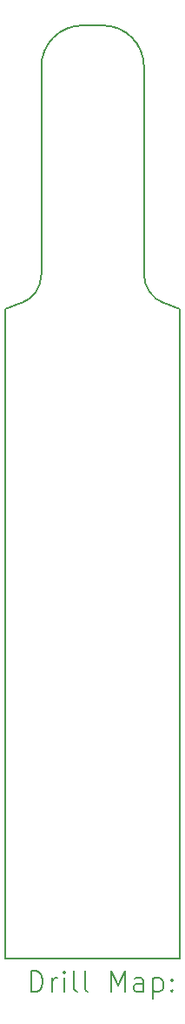
<source format=gbr>
%TF.GenerationSoftware,KiCad,Pcbnew,7.0.10*%
%TF.CreationDate,2024-05-01T16:26:23+02:00*%
%TF.ProjectId,microscope,6d696372-6f73-4636-9f70-652e6b696361,rev?*%
%TF.SameCoordinates,Original*%
%TF.FileFunction,Drillmap*%
%TF.FilePolarity,Positive*%
%FSLAX45Y45*%
G04 Gerber Fmt 4.5, Leading zero omitted, Abs format (unit mm)*
G04 Created by KiCad (PCBNEW 7.0.10) date 2024-05-01 16:26:23*
%MOMM*%
%LPD*%
G01*
G04 APERTURE LIST*
%ADD10C,0.200000*%
G04 APERTURE END LIST*
D10*
X10850000Y-7625000D02*
X10850000Y-13925000D01*
X9500000Y-5275000D02*
X9500000Y-7287550D01*
X9302606Y-7569458D02*
G75*
G03*
X9500000Y-7287550I-102606J281908D01*
G01*
X10850000Y-13925000D02*
X9150000Y-13925000D01*
X9900000Y-4875000D02*
G75*
G03*
X9500000Y-5275000I0J-400000D01*
G01*
X10697394Y-7569460D02*
X10850000Y-7625000D01*
X9900000Y-4875000D02*
X10100000Y-4875000D01*
X9150000Y-7625000D02*
X9302606Y-7569460D01*
X10500000Y-7287550D02*
G75*
G03*
X10697394Y-7569458I300000J0D01*
G01*
X10500000Y-5275000D02*
G75*
G03*
X10100000Y-4875000I-400000J0D01*
G01*
X10500000Y-5275000D02*
X10500000Y-7287550D01*
X9150000Y-7625000D02*
X9150000Y-13925000D01*
X9400777Y-14246484D02*
X9400777Y-14046484D01*
X9400777Y-14046484D02*
X9448396Y-14046484D01*
X9448396Y-14046484D02*
X9476967Y-14056008D01*
X9476967Y-14056008D02*
X9496015Y-14075055D01*
X9496015Y-14075055D02*
X9505539Y-14094103D01*
X9505539Y-14094103D02*
X9515063Y-14132198D01*
X9515063Y-14132198D02*
X9515063Y-14160769D01*
X9515063Y-14160769D02*
X9505539Y-14198865D01*
X9505539Y-14198865D02*
X9496015Y-14217912D01*
X9496015Y-14217912D02*
X9476967Y-14236960D01*
X9476967Y-14236960D02*
X9448396Y-14246484D01*
X9448396Y-14246484D02*
X9400777Y-14246484D01*
X9600777Y-14246484D02*
X9600777Y-14113150D01*
X9600777Y-14151246D02*
X9610301Y-14132198D01*
X9610301Y-14132198D02*
X9619824Y-14122674D01*
X9619824Y-14122674D02*
X9638872Y-14113150D01*
X9638872Y-14113150D02*
X9657920Y-14113150D01*
X9724586Y-14246484D02*
X9724586Y-14113150D01*
X9724586Y-14046484D02*
X9715063Y-14056008D01*
X9715063Y-14056008D02*
X9724586Y-14065531D01*
X9724586Y-14065531D02*
X9734110Y-14056008D01*
X9734110Y-14056008D02*
X9724586Y-14046484D01*
X9724586Y-14046484D02*
X9724586Y-14065531D01*
X9848396Y-14246484D02*
X9829348Y-14236960D01*
X9829348Y-14236960D02*
X9819824Y-14217912D01*
X9819824Y-14217912D02*
X9819824Y-14046484D01*
X9953158Y-14246484D02*
X9934110Y-14236960D01*
X9934110Y-14236960D02*
X9924586Y-14217912D01*
X9924586Y-14217912D02*
X9924586Y-14046484D01*
X10181729Y-14246484D02*
X10181729Y-14046484D01*
X10181729Y-14046484D02*
X10248396Y-14189341D01*
X10248396Y-14189341D02*
X10315063Y-14046484D01*
X10315063Y-14046484D02*
X10315063Y-14246484D01*
X10496015Y-14246484D02*
X10496015Y-14141722D01*
X10496015Y-14141722D02*
X10486491Y-14122674D01*
X10486491Y-14122674D02*
X10467444Y-14113150D01*
X10467444Y-14113150D02*
X10429348Y-14113150D01*
X10429348Y-14113150D02*
X10410301Y-14122674D01*
X10496015Y-14236960D02*
X10476967Y-14246484D01*
X10476967Y-14246484D02*
X10429348Y-14246484D01*
X10429348Y-14246484D02*
X10410301Y-14236960D01*
X10410301Y-14236960D02*
X10400777Y-14217912D01*
X10400777Y-14217912D02*
X10400777Y-14198865D01*
X10400777Y-14198865D02*
X10410301Y-14179817D01*
X10410301Y-14179817D02*
X10429348Y-14170293D01*
X10429348Y-14170293D02*
X10476967Y-14170293D01*
X10476967Y-14170293D02*
X10496015Y-14160769D01*
X10591253Y-14113150D02*
X10591253Y-14313150D01*
X10591253Y-14122674D02*
X10610301Y-14113150D01*
X10610301Y-14113150D02*
X10648396Y-14113150D01*
X10648396Y-14113150D02*
X10667444Y-14122674D01*
X10667444Y-14122674D02*
X10676967Y-14132198D01*
X10676967Y-14132198D02*
X10686491Y-14151246D01*
X10686491Y-14151246D02*
X10686491Y-14208388D01*
X10686491Y-14208388D02*
X10676967Y-14227436D01*
X10676967Y-14227436D02*
X10667444Y-14236960D01*
X10667444Y-14236960D02*
X10648396Y-14246484D01*
X10648396Y-14246484D02*
X10610301Y-14246484D01*
X10610301Y-14246484D02*
X10591253Y-14236960D01*
X10772205Y-14227436D02*
X10781729Y-14236960D01*
X10781729Y-14236960D02*
X10772205Y-14246484D01*
X10772205Y-14246484D02*
X10762682Y-14236960D01*
X10762682Y-14236960D02*
X10772205Y-14227436D01*
X10772205Y-14227436D02*
X10772205Y-14246484D01*
X10772205Y-14122674D02*
X10781729Y-14132198D01*
X10781729Y-14132198D02*
X10772205Y-14141722D01*
X10772205Y-14141722D02*
X10762682Y-14132198D01*
X10762682Y-14132198D02*
X10772205Y-14122674D01*
X10772205Y-14122674D02*
X10772205Y-14141722D01*
M02*

</source>
